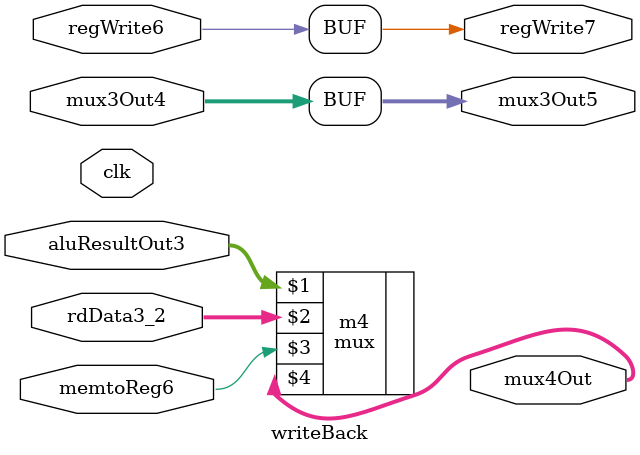
<source format=v>
`timescale 1ns / 1ps
module writeBack(
    input clk,
    input regWrite6,
    input memtoReg6,
    input [15:0] rdData3_2,
    input [15:0] aluResultOut3,
    input [15:0] mux3Out4,
    output [15:0] mux4Out,
    output [15:0] mux3Out5,
    output regWrite7
    );
	 
	 assign regWrite7 = regWrite6;
	 assign mux3Out5 = mux3Out4;
	 mux m4(aluResultOut3, rdData3_2, memtoReg6, mux4Out);
	 
endmodule

</source>
